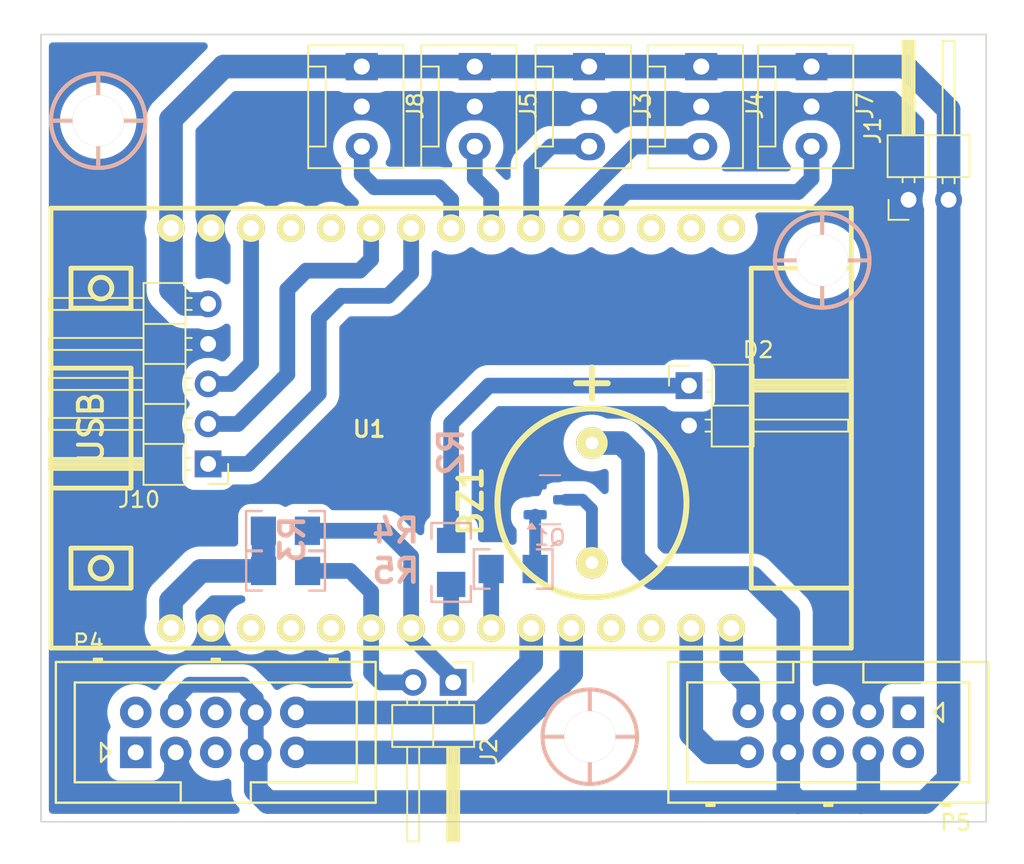
<source format=kicad_pcb>
(kicad_pcb (version 20241229) (generator "pcbnew") (generator_version "9.0")
  (layers (0 "F.Cu" signal) (2 "B.Cu" signal) (13 "F.Paste" user) (15 "B.Paste" user) (5 "F.SilkS" user "F.Silkscreen") (7 "B.SilkS" user "B.Silkscreen") (1 "F.Mask" user) (3 "B.Mask" user) (25 "Edge.Cuts" user))
  (net 0 "")
  (net 1 "+5V")
  (net 2 "GND")
  (net 4 "/M1A")
  (net 5 "/M1B")
  (net 6 "/M_DISTANCE")
  (net 7 "/M2A")
  (net 8 "/R_DISTANCE")
  (net 9 "+3V3")
  (net 10 "/TATAMI_L")
  (net 11 "/M2B")
  (net 12 "/L_DISTANCE")
  (net 13 "/TATAMI_R")
  (net 14 "Net-(BZ1-+)")
  (net 15 "Net-(D2-A)")
  (net 16 "/AUX_DISTANCE_1")
  (net 17 "/AUX_DISTANCE_2")
  (net 18 "/TATAMI_B")
  (net 27 "Net-(Q1-G)")
  (net 28 "/PUSH_1")
  (net 29 "/PUSH_2")
  (net 30 "/LED_1")
  (net 31 "/BUZZER")
  (footprint "EESTN5:Header_2x05x2.54mm_Vertical" (layer "F.Cu") (at 125.94 113.52 180)
    (property "Reference" "P5" (at -8.08 -5.73 0) (layer "F.SilkS"))
    (property "Value" "MOTOR_IZQ")
    (fp_line (start 10.15 4.47) (end -10.15 4.47) (stroke (width 0.15)) (layer "F.SilkS"))
    (fp_line (start 10.15 -4.47) (end 10.15 4.47) (stroke (width 0.15)) (layer "F.SilkS"))
    (fp_line (start 8.95 3.17) (end 2.225 3.17) (stroke (width 0.15)) (layer "F.SilkS"))
    (fp_line (start 8.95 -3.17) (end 8.95 3.17) (stroke (width 0.15)) (layer "F.SilkS"))
    (fp_line (start 7.73 -4.67) (end 7.73 -4.47) (stroke (width 0.15)) (layer "F.SilkS"))
    (fp_line (start 7.23 -4.47) (end 7.23 -4.67) (stroke (width 0.15)) (layer "F.SilkS"))
    (fp_line (start 7.23 -4.57) (end 7.73 -4.57) (stroke (width 0.15)) (layer "F.SilkS"))
    (fp_line (start 7.23 -4.67) (end 7.73 -4.67) (stroke (width 0.15)) (layer "F.SilkS"))
    (fp_line (start 2.225 3.17) (end 2.225 4.47) (stroke (width 0.15)) (layer "F.SilkS"))
    (fp_line (start 0.25 -4.67) (end 0.25 -4.47) (stroke (width 0.15)) (layer "F.SilkS"))
    (fp_line (start -0.25 -4.47) (end -0.25 -4.67) (stroke (width 0.15)) (layer "F.SilkS"))
    (fp_line (start -0.25 -4.57) (end 0.25 -4.57) (stroke (width 0.15)) (layer "F.SilkS"))
    (fp_line (start -0.25 -4.67) (end 0.25 -4.67) (stroke (width 0.15)) (layer "F.SilkS"))
    (fp_line (start -2.225 4.47) (end -2.225 3.17) (stroke (width 0.15)) (layer "F.SilkS"))
    (fp_line (start -2.225 3.17) (end -8.95 3.17) (stroke (width 0.15)) (layer "F.SilkS"))
    (fp_line (start -6.68 1.27) (end -7.28 1.87) (stroke (width 0.15)) (layer "F.SilkS"))
    (fp_line (start -7.23 -4.67) (end -7.23 -4.47) (stroke (width 0.15)) (layer "F.SilkS"))
    (fp_line (start -7.28 1.87) (end -7.28 0.67) (stroke (width 0.15)) (layer "F.SilkS"))
    (fp_line (start -7.28 0.67) (end -6.68 1.27) (stroke (width 0.15)) (layer "F.SilkS"))
    (fp_line (start -7.73 -4.47) (end -7.73 -4.67) (stroke (width 0.15)) (layer "F.SilkS"))
    (fp_line (start -7.73 -4.57) (end -7.23 -4.57) (stroke (width 0.15)) (layer "F.SilkS"))
    (fp_line (start -7.73 -4.67) (end -7.23 -4.67) (stroke (width 0.15)) (layer "F.SilkS"))
    (fp_line (start -8.95 3.17) (end -8.95 -3.17) (stroke (width 0.15)) (layer "F.SilkS"))
    (fp_line (start -8.95 -3.17) (end 8.95 -3.17) (stroke (width 0.15)) (layer "F.SilkS"))
    (fp_line (start -10.15 4.47) (end -10.15 -4.47) (stroke (width 0.15)) (layer "F.SilkS"))
    (fp_line (start -10.15 -4.47) (end 10.15 -4.47) (stroke (width 0.15)) (layer "F.SilkS"))
    (pad "1" thru_hole rect (at -5.08 1.27 180) (size 2 2) (drill 1) (layers "*.Cu" "*.Mask"))
    (pad "2" thru_hole circle (at -5.08 -1.27 180) (size 2 2) (drill 1) (layers "*.Cu" "*.Mask"))
    (pad "3" thru_hole circle (at -2.54 1.27 180) (size 2 2) (drill 1) (layers "*.Cu" "*.Mask") (net 2 "GND"))
    (pad "4" thru_hole circle (at -2.54 -1.27 180) (size 2 2) (drill 1) (layers "*.Cu" "*.Mask") (net 1 "+5V"))
    (pad "5" thru_hole circle (at 0 1.27 180) (size 2 2) (drill 1) (layers "*.Cu" "*.Mask"))
    (pad "6" thru_hole circle (at 0 -1.27 180) (size 2 2) (drill 1) (layers "*.Cu" "*.Mask"))
    (pad "7" thru_hole circle (at 2.54 1.27 180) (size 2 2) (drill 1) (layers "*.Cu" "*.Mask") (net 1 "+5V"))
    (pad "8" thru_hole circle (at 2.54 -1.27 180) (size 2 2) (drill 1) (layers "*.Cu" "*.Mask") (net 1 "+5V"))
    (pad "9" thru_hole circle (at 5.08 1.27 180) (size 2 2) (drill 1) (layers "*.Cu" "*.Mask") (net 11 "/M2B"))
    (pad "10" thru_hole circle (at 5.08 -1.27 180) (size 2 2) (drill 1) (layers "*.Cu" "*.Mask") (net 7 "/M2A"))
  )
  (footprint "Connector:FanPinHeader_1x03_P2.54mm_Vertical" (layer "F.Cu") (at 96.32623 71.238591 -90)
    (property "Reference" "J8" (at 2.5 -3.4 90) (layer "F.SilkS"))
    (property "Value" "Right")
    (fp_line (start -1.35 3.4) (end -1.35 -2.65) (stroke (width 0.12)) (layer "F.SilkS"))
    (fp_line (start 6.45 3.4) (end -1.35 3.4) (stroke (width 0.12)) (layer "F.SilkS"))
    (fp_line (start 0 3.3) (end 0 2.29) (stroke (width 0.12)) (layer "F.SilkS"))
    (fp_line (start 0 2.29) (end 5.08 2.29) (stroke (width 0.12)) (layer "F.SilkS"))
    (fp_line (start 5.08 2.29) (end 5.08 3.3) (stroke (width 0.12)) (layer "F.SilkS"))
    (fp_line (start -1.35 -2.65) (end 6.45 -2.65) (stroke (width 0.12)) (layer "F.SilkS"))
    (fp_line (start 6.45 -2.65) (end 6.45 3.4) (stroke (width 0.12)) (layer "F.SilkS"))
    (pad "1" thru_hole rect (at 0 0) (size 2.03 1.73) (drill 1.02) (layers "*.Cu" "*.Mask") (net 1 "+5V"))
    (pad "2" thru_hole oval (at 2.54 0) (size 2.03 1.73) (drill 1.02) (layers "*.Cu" "*.Mask") (net 2 "GND"))
    (pad "3" thru_hole oval (at 5.08 0) (size 2.03 1.73) (drill 1.02) (layers "*.Cu" "*.Mask") (net 8 "/R_DISTANCE"))
  )
  (footprint "EESTN5:Buzzer_12mm" (layer "F.Cu") (at 110.9375 98.95 90)
    (property "Reference" "BZ1" (at 0.1 -7.7 90) (layer "F.SilkS") (effects (font (size 1.5 1.5) (thickness 0.3))))
    (property "Value" "Buzzer" (hide yes))
    (fp_line (start 6.6 0) (end 8.6 0) (stroke (width 0.37846)) (layer "F.SilkS"))
    (fp_line (start 7.6 1) (end 7.6 -1) (stroke (width 0.37846)) (layer "F.SilkS"))
    (fp_circle (center 0 0) (end -6 0) (stroke (width 0.37846)) (fill no) (layer "F.SilkS"))
    (pad "1" thru_hole circle (at 3.8 0 90) (size 2 2) (drill 0.8) (layers "*.Cu" "*.Mask" "F.SilkS") (net 1 "+5V"))
    (pad "2" thru_hole circle (at -3.8 0 90) (size 2 2) (drill 0.8) (layers "*.Cu" "*.Mask" "F.SilkS") (net 14 "Net-(BZ1-+)"))
  )
  (footprint "EESTN5:Separador_M3_5mm" (layer "F.Cu") (at 110.8 113.8)
    (property "Reference" "P3" (hide yes))
    (property "Value" "Mounting_Hole" (hide yes))
    (fp_line (start -3 0) (end 3 0) (stroke (width 0.254)) (layer "F.SilkS"))
    (fp_line (start 0 -3) (end 0 3) (stroke (width 0.254)) (layer "F.SilkS"))
    (fp_circle (center 0 0) (end 3 0) (stroke (width 0.254)) (fill no) (layer "F.SilkS"))
    (fp_line (start -3 0) (end 3 0) (stroke (width 0.254)) (layer "B.SilkS"))
    (fp_line (start 0 -3) (end 0 3) (stroke (width 0.254)) (layer "B.SilkS"))
    (fp_circle (center 0 0) (end 3 0) (stroke (width 0.254)) (fill no) (layer "B.SilkS"))
    (pad "1" thru_hole circle (at 0 0) (size 3.25 3.25) (drill 3.25) (layers "*.Cu" "F.SilkS"))
  )
  (footprint "Connector_PinHeader_2.54mm:PinHeader_1x02_P2.54mm_Horizontal" (layer "F.Cu") (at 102.13 110.35 -90)
    (property "Reference" "J2" (at 4.385 -2.27 90) (layer "F.SilkS"))
    (property "Value" "Buttons")
    (fp_line (start 1.44 3.87) (end 4.1 3.87) (stroke (width 0.12)) (layer "F.SilkS"))
    (fp_line (start 4.1 3.87) (end 4.1 -1.33) (stroke (width 0.12)) (layer "F.SilkS"))
    (fp_line (start 1.042929 2.92) (end 1.44 2.92) (stroke (width 0.12)) (layer "F.SilkS"))
    (fp_line (start 10.1 2.92) (end 4.1 2.92) (stroke (width 0.12)) (layer "F.SilkS"))
    (fp_line (start 1.042929 2.16) (end 1.44 2.16) (stroke (width 0.12)) (layer "F.SilkS"))
    (fp_line (start 4.1 2.16) (end 10.1 2.16) (stroke (width 0.12)) (layer "F.SilkS"))
    (fp_line (start 10.1 2.16) (end 10.1 2.92) (stroke (width 0.12)) (layer "F.SilkS"))
    (fp_line (start 1.44 1.27) (end 4.1 1.27) (stroke (width 0.12)) (layer "F.SilkS"))
    (fp_line (start 1.11 0.38) (end 1.44 0.38) (stroke (width 0.12)) (layer "F.SilkS"))
    (fp_line (start 10.1 0.38) (end 4.1 0.38) (stroke (width 0.12)) (layer "F.SilkS"))
    (fp_line (start 4.1 0.28) (end 10.1 0.28) (stroke (width 0.12)) (layer "F.SilkS"))
    (fp_line (start 4.1 0.16) (end 10.1 0.16) (stroke (width 0.12)) (layer "F.SilkS"))
    (fp_line (start 4.1 0.04) (end 10.1 0.04) (stroke (width 0.12)) (layer "F.SilkS"))
    (fp_line (start -1.27 0) (end -1.27 -1.27) (stroke (width 0.12)) (layer "F.SilkS"))
    (fp_line (start 4.1 -0.08) (end 10.1 -0.08) (stroke (width 0.12)) (layer "F.SilkS"))
    (fp_line (start 4.1 -0.2) (end 10.1 -0.2) (stroke (width 0.12)) (layer "F.SilkS"))
    (fp_line (start 4.1 -0.32) (end 10.1 -0.32) (stroke (width 0.12)) (layer "F.SilkS"))
    (fp_line (start 1.11 -0.38) (end 1.44 -0.38) (stroke (width 0.12)) (layer "F.SilkS"))
    (fp_line (start 4.1 -0.38) (end 10.1 -0.38) (stroke (width 0.12)) (layer "F.SilkS"))
    (fp_line (start 10.1 -0.38) (end 10.1 0.38) (stroke (width 0.12)) (layer "F.SilkS"))
    (fp_line (start -1.27 -1.27) (end 0 -1.27) (stroke (width 0.12)) (layer "F.SilkS"))
    (fp_line (start 1.44 -1.33) (end 1.44 3.87) (stroke (width 0.12)) (layer "F.SilkS"))
    (fp_line (start 4.1 -1.33) (end 1.44 -1.33) (stroke (width 0.12)) (layer "F.SilkS"))
    (pad "1" thru_hole rect (at 0 0 270) (size 1.7 1.7) (drill 1) (layers "*.Cu" "*.Mask") (net 28 "/PUSH_1"))
    (pad "2" thru_hole oval (at 0 2.54 270) (size 1.7 1.7) (drill 1) (layers "*.Cu" "*.Mask") (net 29 "/PUSH_2"))
  )
  (footprint "Connector_PinHeader_2.54mm:PinHeader_1x05_P2.54mm_Horizontal" (layer "F.Cu") (at 86.575 96.475 180)
    (property "Reference" "J10" (at 4.385 -2.27 0) (layer "F.SilkS"))
    (property "Value" "Qre1113_Conn")
    (fp_line (start 10.1 10.54) (end 4.1 10.54) (stroke (width 0.12)) (layer "F.SilkS"))
    (fp_line (start 10.1 9.78) (end 10.1 10.54) (stroke (width 0.12)) (layer "F.SilkS"))
    (fp_line (start 10.1 8) (end 4.1 8) (stroke (width 0.12)) (layer "F.SilkS"))
    (fp_line (start 10.1 7.24) (end 10.1 8) (stroke (width 0.12)) (layer "F.SilkS"))
    (fp_line (start 10.1 5.46) (end 4.1 5.46) (stroke (width 0.12)) (layer "F.SilkS"))
    (fp_line (start 10.1 4.7) (end 10.1 5.46) (stroke (width 0.12)) (layer "F.SilkS"))
    (fp_line (start 10.1 2.92) (end 4.1 2.92) (stroke (width 0.12)) (layer "F.SilkS"))
    (fp_line (start 10.1 2.16) (end 10.1 2.92) (stroke (width 0.12)) (layer "F.SilkS"))
    (fp_line (start 10.1 0.38) (end 4.1 0.38) (stroke (width 0.12)) (layer "F.SilkS"))
    (fp_line (start 10.1 -0.38) (end 10.1 0.38) (stroke (width 0.12)) (layer "F.SilkS"))
    (fp_line (start 4.1 11.49) (end 4.1 -1.33) (stroke (width 0.12)) (layer "F.SilkS"))
    (fp_line (start 4.1 9.78) (end 10.1 9.78) (stroke (width 0.12)) (layer "F.SilkS"))
    (fp_line (start 4.1 7.24) (end 10.1 7.24) (stroke (width 0.12)) (layer "F.SilkS"))
    (fp_line (start 4.1 4.7) (end 10.1 4.7) (stroke (width 0.12)) (layer "F.SilkS"))
    (fp_line (start 4.1 2.16) (end 10.1 2.16) (stroke (width 0.12)) (layer "F.SilkS"))
    (fp_line (start 4.1 0.28) (end 10.1 0.28) (stroke (width 0.12)) (layer "F.SilkS"))
    (fp_line (start 4.1 0.16) (end 10.1 0.16) (stroke (width 0.12)) (layer "F.SilkS"))
    (fp_line (start 4.1 0.04) (end 10.1 0.04) (stroke (width 0.12)) (layer "F.SilkS"))
    (fp_line (start 4.1 -0.08) (end 10.1 -0.08) (stroke (width 0.12)) (layer "F.SilkS"))
    (fp_line (start 4.1 -0.2) (end 10.1 -0.2) (stroke (width 0.12)) (layer "F.SilkS"))
    (fp_line (start 4.1 -0.32) (end 10.1 -0.32) (stroke (width 0.12)) (layer "F.SilkS"))
    (fp_line (start 4.1 -0.38) (end 10.1 -0.38) (stroke (width 0.12)) (layer "F.SilkS"))
    (fp_line (start 4.1 -1.33) (end 1.44 -1.33) (stroke (width 0.12)) (layer "F.SilkS"))
    (fp_line (start 1.44 11.49) (end 4.1 11.49) (stroke (width 0.12)) (layer "F.SilkS"))
    (fp_line (start 1.44 8.89) (end 4.1 8.89) (stroke (width 0.12)) (layer "F.SilkS"))
    (fp_line (start 1.44 6.35) (end 4.1 6.35) (stroke (width 0.12)) (layer "F.SilkS"))
    (fp_line (start 1.44 3.81) (end 4.1 3.81) (stroke (width 0.12)) (layer "F.SilkS"))
    (fp_line (start 1.44 1.27) (end 4.1 1.27) (stroke (width 0.12)) (layer "F.SilkS"))
    (fp_line (start 1.44 -1.33) (end 1.44 11.49) (stroke (width 0.12)) (layer "F.SilkS"))
    (fp_line (start 1.11 0.38) (end 1.44 0.38) (stroke (width 0.12)) (layer "F.SilkS"))
    (fp_line (start 1.11 -0.38) (end 1.44 -0.38) (stroke (width 0.12)) (layer "F.SilkS"))
    (fp_line (start 1.042929 10.54) (end 1.44 10.54) (stroke (width 0.12)) (layer "F.SilkS"))
    (fp_line (start 1.042929 9.78) (end 1.44 9.78) (stroke (width 0.12)) (layer "F.SilkS"))
    (fp_line (start 1.042929 8) (end 1.44 8) (stroke (width 0.12)) (layer "F.SilkS"))
    (fp_line (start 1.042929 7.24) (end 1.44 7.24) (stroke (width 0.12)) (layer "F.SilkS"))
    (fp_line (start 1.042929 5.46) (end 1.44 5.46) (stroke (width 0.12)) (layer "F.SilkS"))
    (fp_line (start 1.042929 4.7) (end 1.44 4.7) (stroke (width 0.12)) (layer "F.SilkS"))
    (fp_line (start 1.042929 2.92) (end 1.44 2.92) (stroke (width 0.12)) (layer "F.SilkS"))
    (fp_line (start 1.042929 2.16) (end 1.44 2.16) (stroke (width 0.12)) (layer "F.SilkS"))
    (fp_line (start -1.27 0) (end -1.27 -1.27) (stroke (width 0.12)) (layer "F.SilkS"))
    (fp_line (start -1.27 -1.27) (end 0 -1.27) (stroke (width 0.12)) (layer "F.SilkS"))
    (pad "1" thru_hole rect (at 0 0 180) (size 1.7 1.7) (drill 1) (layers "*.Cu" "*.Mask") (net 18 "/TATAMI_B"))
    (pad "2" thru_hole oval (at 0 2.54 180) (size 1.7 1.7) (drill 1) (layers "*.Cu" "*.Mask") (net 10 "/TATAMI_L"))
    (pad "3" thru_hole oval (at 0 5.08 180) (size 1.7 1.7) (drill 1) (layers "*.Cu" "*.Mask") (net 13 "/TATAMI_R"))
    (pad "4" thru_hole oval (at 0 7.62 180) (size 1.7 1.7) (drill 1) (layers "*.Cu" "*.Mask") (net 2 "GND"))
    (pad "5" thru_hole oval (at 0 10.16 180) (size 1.7 1.7) (drill 1) (layers "*.Cu" "*.Mask") (net 1 "+5V"))
  )
  (footprint "EESTN5:ESP32_DevKit_V1_CH9102X" (layer "F.Cu") (at 103.27 94.2 180)
    (property "Reference" "U1" (at 6.477 -0.0635 0) (layer "F.SilkS") (effects (font (size 1.016 1.016) (thickness 0.2032))))
    (property "Value" "ESP32_DevKit_V1_CH9102X" (hide yes))
    (fp_line (start 26.67 13.97) (end 26.67 -13.97) (stroke (width 0.3048)) (layer "F.SilkS"))
    (fp_line (start 26.67 13.97) (end -24.13 13.97) (stroke (width 0.3048)) (layer "F.SilkS"))
    (fp_line (start 26.67 -3.81) (end 21.59 -3.81) (stroke (width 0.3048)) (layer "F.SilkS"))
    (fp_line (start 25.4 10.16) (end 21.59 10.16) (stroke (width 0.3048)) (layer "F.SilkS"))
    (fp_line (start 25.4 7.62) (end 25.4 10.16) (stroke (width 0.3048)) (layer "F.SilkS"))
    (fp_line (start 25.4 -7.62) (end 25.4 -10.16) (stroke (width 0.3048)) (layer "F.SilkS"))
    (fp_line (start 25.4 -10.16) (end 21.59 -10.16) (stroke (width 0.3048)) (layer "F.SilkS"))
    (fp_line (start 21.59 10.16) (end 21.59 7.62) (stroke (width 0.3048)) (layer "F.SilkS"))
    (fp_line (start 21.59 7.62) (end 25.4 7.62) (stroke (width 0.3048)) (layer "F.SilkS"))
    (fp_line (start 21.59 3.81) (end 26.67 3.81) (stroke (width 0.3048)) (layer "F.SilkS"))
    (fp_line (start 21.59 -3.81) (end 21.59 3.81) (stroke (width 0.3048)) (layer "F.SilkS"))
    (fp_line (start 21.59 -7.62) (end 25.4 -7.62) (stroke (width 0.3048)) (layer "F.SilkS"))
    (fp_line (start 21.59 -10.16) (end 21.59 -7.62) (stroke (width 0.3048)) (layer "F.SilkS"))
    (fp_line (start -17.78 -10.16) (end -17.78 10.16) (stroke (width 0.3048)) (layer "F.SilkS"))
    (fp_line (start -24.13 10.16) (end -17.78 10.16) (stroke (width 0.3048)) (layer "F.SilkS"))
    (fp_line (start -24.13 -10.16) (end -17.78 -10.16) (stroke (width 0.3048)) (layer "F.SilkS"))
    (fp_line (start -24.13 -10.16) (end -24.13 10.16) (stroke (width 0.3048)) (layer "F.SilkS"))
    (fp_line (start -24.13 -13.97) (end 26.67 -13.97) (stroke (width 0.3048)) (layer "F.SilkS"))
    (fp_line (start -24.13 -13.97) (end -24.13 13.97) (stroke (width 0.3048)) (layer "F.SilkS"))
    (fp_circle (center 23.495 8.89) (end 24.0665 9.271) (stroke (width 0.3048)) (fill no) (layer "F.SilkS"))
    (fp_circle (center 23.495 -8.89) (end 24.0665 -8.509) (stroke (width 0.3048)) (fill no) (layer "F.SilkS"))
    (fp_text user "USB" (at 24.13 0 90) (layer "F.SilkS") (effects (font (size 1.524 1.524) (thickness 0.254))))
    (pad "1" thru_hole circle (at -16.51 12.7 180) (size 1.75 1.75) (drill 1) (layers "*.Cu" "*.Mask" "F.SilkS"))
    (pad "2" thru_hole circle (at -13.97 12.7 180) (size 1.75 1.75) (drill 1) (layers "*.Cu" "*.Mask" "F.SilkS"))
    (pad "3" thru_hole circle (at -11.43 12.7 180) (size 1.75 1.75) (drill 1) (layers "*.Cu" "*.Mask" "F.SilkS"))
    (pad "4" thru_hole circle (at -8.89 12.7 180) (size 1.75 1.75) (drill 1) (layers "*.Cu" "*.Mask" "F.SilkS") (net 17 "/AUX_DISTANCE_2"))
    (pad "5" thru_hole circle (at -6.35 12.7 180) (size 1.75 1.75) (drill 1) (layers "*.Cu" "*.Mask" "F.SilkS") (net 16 "/AUX_DISTANCE_1"))
    (pad "6" thru_hole circle (at -3.81 12.7 180) (size 1.75 1.75) (drill 1) (layers "*.Cu" "*.Mask" "F.SilkS") (net 12 "/L_DISTANCE"))
    (pad "7" thru_hole circle (at -1.27 12.7 180) (size 1.75 1.75) (drill 1) (layers "*.Cu" "*.Mask" "F.SilkS") (net 6 "/M_DISTANCE"))
    (pad "8" thru_hole circle (at 1.27 12.7 180) (size 1.75 1.75) (drill 1) (layers "*.Cu" "*.Mask" "F.SilkS") (net 8 "/R_DISTANCE"))
    (pad "9" thru_hole circle (at 3.81 12.7 180) (size 1.75 1.75) (drill 1) (layers "*.Cu" "*.Mask" "F.SilkS") (net 18 "/TATAMI_B"))
    (pad "10" thru_hole circle (at 6.35 12.7 180) (size 1.75 1.75) (drill 1) (layers "*.Cu" "*.Mask" "F.SilkS") (net 10 "/TATAMI_L"))
    (pad "11" thru_hole circle (at 8.89 12.7 180) (size 1.75 1.75) (drill 1) (layers "*.Cu" "*.Mask" "F.SilkS"))
    (pad "12" thru_hole circle (at 11.43 12.7 180) (size 1.75 1.75) (drill 1) (layers "*.Cu" "*.Mask" "F.SilkS"))
    (pad "13" thru_hole circle (at 13.97 12.7 180) (size 1.75 1.75) (drill 1) (layers "*.Cu" "*.Mask" "F.SilkS") (net 13 "/TATAMI_R"))
    (pad "14" thru_hole circle (at 16.51 12.7 180) (size 1.75 1.75) (drill 1) (layers "*.Cu" "*.Mask" "F.SilkS") (net 2 "GND"))
    (pad "15" thru_hole circle (at 19.05 12.7 180) (size 1.75 1.75) (drill 1) (layers "*.Cu" "*.Mask" "F.SilkS") (net 1 "+5V"))
    (pad "16" thru_hole circle (at 19.05 -12.7) (size 1.75 1.75) (drill 1) (layers "*.Cu" "*.Mask" "F.SilkS") (net 9 "+3V3"))
    (pad "17" thru_hole circle (at 16.51 -12.7) (size 1.75 1.75) (drill 1) (layers "*.Cu" "*.Mask" "F.SilkS") (net 2 "GND"))
    (pad "18" thru_hole circle (at 13.97 -12.7) (size 1.75 1.75) (drill 1) (layers "*.Cu" "*.Mask" "F.SilkS"))
    (pad "19" thru_hole circle (at 11.43 -12.7) (size 1.75 1.75) (drill 1) (layers "*.Cu" "*.Mask" "F.SilkS"))
    (pad "20" thru_hole circle (at 8.89 -12.7) (size 1.75 1.75) (drill 1) (layers "*.Cu" "*.Mask" "F.SilkS"))
    (pad "21" thru_hole circle (at 6.35 -12.7) (size 1.75 1.75) (drill 1) (layers "*.Cu" "*.Mask" "F.SilkS") (net 29 "/PUSH_2"))
    (pad "22" thru_hole circle (at 3.81 -12.7) (size 1.75 1.75) (drill 1) (layers "*.Cu" "*.Mask" "F.SilkS") (net 28 "/PUSH_1"))
    (pad "23" thru_hole circle (at 1.27 -12.7) (size 1.75 1.75) (drill 1) (layers "*.Cu" "*.Mask" "F.SilkS") (net 30 "/LED_1"))
    (pad "24" thru_hole circle (at -1.27 -12.7) (size 1.75 1.75) (drill 1) (layers "*.Cu" "*.Mask" "F.SilkS") (net 31 "/BUZZER"))
    (pad "25" thru_hole circle (at -3.81 -12.7) (size 1.75 1.75) (drill 1) (layers "*.Cu" "*.Mask" "F.SilkS") (net 4 "/M1A"))
    (pad "26" thru_hole circle (at -6.35 -12.7) (size 1.75 1.75) (drill 1) (layers "*.Cu" "*.Mask" "F.SilkS") (net 5 "/M1B"))
    (pad "27" thru_hole circle (at -8.89 -12.7) (size 1.75 1.75) (drill 1) (layers "*.Cu" "*.Mask" "F.SilkS"))
    (pad "28" thru_hole circle (at -11.43 -12.7) (size 1.75 1.75) (drill 1) (layers "*.Cu" "*.Mask" "F.SilkS"))
    (pad "29" thru_hole circle (at -13.97 -12.7) (size 1.75 1.75) (drill 1) (layers "*.Cu" "*.Mask" "F.SilkS") (net 7 "/M2A"))
    (pad "30" thru_hole circle (at -16.51 -12.7) (size 1.75 1.75) (drill 1) (layers "*.Cu" "*.Mask" "F.SilkS") (net 11 "/M2B"))
  )
  (footprint "Connector_PinHeader_2.54mm:PinHeader_1x02_P2.54mm_Horizontal" (layer "F.Cu") (at 131.035 79.7 90)
    (property "Reference" "J1" (at 4.385 -2.27 90) (layer "F.SilkS"))
    (property "Value" "STEP_DOWN")
    (fp_line (start 4.1 -1.33) (end 1.44 -1.33) (stroke (width 0.12)) (layer "F.SilkS"))
    (fp_line (start 1.44 -1.33) (end 1.44 3.87) (stroke (width 0.12)) (layer "F.SilkS"))
    (fp_line (start -1.27 -1.27) (end 0 -1.27) (stroke (width 0.12)) (layer "F.SilkS"))
    (fp_line (start 10.1 -0.38) (end 10.1 0.38) (stroke (width 0.12)) (layer "F.SilkS"))
    (fp_line (start 4.1 -0.38) (end 10.1 -0.38) (stroke (width 0.12)) (layer "F.SilkS"))
    (fp_line (start 1.11 -0.38) (end 1.44 -0.38) (stroke (width 0.12)) (layer "F.SilkS"))
    (fp_line (start 4.1 -0.32) (end 10.1 -0.32) (stroke (width 0.12)) (layer "F.SilkS"))
    (fp_line (start 4.1 -0.2) (end 10.1 -0.2) (stroke (width 0.12)) (layer "F.SilkS"))
    (fp_line (start 4.1 -0.08) (end 10.1 -0.08) (stroke (width 0.12)) (layer "F.SilkS"))
    (fp_line (start -1.27 0) (end -1.27 -1.27) (stroke (width 0.12)) (layer "F.SilkS"))
    (fp_line (start 4.1 0.04) (end 10.1 0.04) (stroke (width 0.12)) (layer "F.SilkS"))
    (fp_line (start 4.1 0.16) (end 10.1 0.16) (stroke (width 0.12)) (layer "F.SilkS"))
    (fp_line (start 4.1 0.28) (end 10.1 0.28) (stroke (width 0.12)) (layer "F.SilkS"))
    (fp_line (start 10.1 0.38) (end 4.1 0.38) (stroke (width 0.12)) (layer "F.SilkS"))
    (fp_line (start 1.11 0.38) (end 1.44 0.38) (stroke (width 0.12)) (layer "F.SilkS"))
    (fp_line (start 1.44 1.27) (end 4.1 1.27) (stroke (width 0.12)) (layer "F.SilkS"))
    (fp_line (start 10.1 2.16) (end 10.1 2.92) (stroke (width 0.12)) (layer "F.SilkS"))
    (fp_line (start 4.1 2.16) (end 10.1 2.16) (stroke (width 0.12)) (layer "F.SilkS"))
    (fp_line (start 1.042929 2.16) (end 1.44 2.16) (stroke (width 0.12)) (layer "F.SilkS"))
    (fp_line (start 10.1 2.92) (end 4.1 2.92) (stroke (width 0.12)) (layer "F.SilkS"))
    (fp_line (start 1.042929 2.92) (end 1.44 2.92) (stroke (width 0.12)) (layer "F.SilkS"))
    (fp_line (start 4.1 3.87) (end 4.1 -1.33) (stroke (width 0.12)) (layer "F.SilkS"))
    (fp_line (start 1.44 3.87) (end 4.1 3.87) (stroke (width 0.12)) (layer "F.SilkS"))
    (pad "1" thru_hole rect (at 0 0 90) (size 1.7 1.7) (drill 1) (layers "*.Cu" "*.Mask") (net 2 "GND"))
    (pad "2" thru_hole oval (at 0 2.54 90) (size 1.7 1.7) (drill 1) (layers "*.Cu" "*.Mask") (net 1 "+5V"))
  )
  (footprint "EESTN5:Header_2x05x2.54mm_Vertical" (layer "F.Cu") (at 87.06 113.525)
    (property "Reference" "P4" (at -8.08 -5.73 0) (layer "F.SilkS"))
    (property "Value" "MOTOR_DER")
    (fp_line (start -10.15 -4.47) (end 10.15 -4.47) (stroke (width 0.15)) (layer "F.SilkS"))
    (fp_line (start -10.15 4.47) (end -10.15 -4.47) (stroke (width 0.15)) (layer "F.SilkS"))
    (fp_line (start -8.95 -3.17) (end 8.95 -3.17) (stroke (width 0.15)) (layer "F.SilkS"))
    (fp_line (start -8.95 3.17) (end -8.95 -3.17) (stroke (width 0.15)) (layer "F.SilkS"))
    (fp_line (start -7.73 -4.67) (end -7.23 -4.67) (stroke (width 0.15)) (layer "F.SilkS"))
    (fp_line (start -7.73 -4.57) (end -7.23 -4.57) (stroke (width 0.15)) (layer "F.SilkS"))
    (fp_line (start -7.73 -4.47) (end -7.73 -4.67) (stroke (width 0.15)) (layer "F.SilkS"))
    (fp_line (start -7.28 0.67) (end -6.68 1.27) (stroke (width 0.15)) (layer "F.SilkS"))
    (fp_line (start -7.28 1.87) (end -7.28 0.67) (stroke (width 0.15)) (layer "F.SilkS"))
    (fp_line (start -7.23 -4.67) (end -7.23 -4.47) (stroke (width 0.15)) (layer "F.SilkS"))
    (fp_line (start -6.68 1.27) (end -7.28 1.87) (stroke (width 0.15)) (layer "F.SilkS"))
    (fp_line (start -2.225 3.17) (end -8.95 3.17) (stroke (width 0.15)) (layer "F.SilkS"))
    (fp_line (start -2.225 4.47) (end -2.225 3.17) (stroke (width 0.15)) (layer "F.SilkS"))
    (fp_line (start -0.25 -4.67) (end 0.25 -4.67) (stroke (width 0.15)) (layer "F.SilkS"))
    (fp_line (start -0.25 -4.57) (end 0.25 -4.57) (stroke (width 0.15)) (layer "F.SilkS"))
    (fp_line (start -0.25 -4.47) (end -0.25 -4.67) (stroke (width 0.15)) (layer "F.SilkS"))
    (fp_line (start 0.25 -4.67) (end 0.25 -4.47) (stroke (width 0.15)) (layer "F.SilkS"))
    (fp_line (start 2.225 3.17) (end 2.225 4.47) (stroke (width 0.15)) (layer "F.SilkS"))
    (fp_line (start 7.23 -4.67) (end 7.73 -4.67) (stroke (width 0.15)) (layer "F.SilkS"))
    (fp_line (start 7.23 -4.57) (end 7.73 -4.57) (stroke (width 0.15)) (layer "F.SilkS"))
    (fp_line (start 7.23 -4.47) (end 7.23 -4.67) (stroke (width 0.15)) (layer "F.SilkS"))
    (fp_line (start 7.73 -4.67) (end 7.73 -4.47) (stroke (width 0.15)) (layer "F.SilkS"))
    (fp_line (start 8.95 -3.17) (end 8.95 3.17) (stroke (width 0.15)) (layer "F.SilkS"))
    (fp_line (start 8.95 3.17) (end 2.225 3.17) (stroke (width 0.15)) (layer "F.SilkS"))
    (fp_line (start 10.15 -4.47) (end 10.15 4.47) (stroke (width 0.15)) (layer "F.SilkS"))
    (fp_line (start 10.15 4.47) (end -10.15 4.47) (stroke (width 0.15)) (layer "F.SilkS"))
    (pad "1" thru_hole rect (at -5.08 1.27) (size 2 2) (drill 1) (layers "*.Cu" "*.Mask"))
    (pad "2" thru_hole circle (at -5.08 -1.27) (size 2 2) (drill 1) (layers "*.Cu" "*.Mask"))
    (pad "3" thru_hole circle (at -2.54 1.27) (size 2 2) (drill 1) (layers "*.Cu" "*.Mask") (net 2 "GND"))
    (pad "4" thru_hole circle (at -2.54 -1.27) (size 2 2) (drill 1) (layers "*.Cu" "*.Mask") (net 1 "+5V"))
    (pad "5" thru_hole circle (at 0 1.27) (size 2 2) (drill 1) (layers "*.Cu" "*.Mask"))
    (pad "6" thru_hole circle (at 0 -1.27) (size 2 2) (drill 1) (layers "*.Cu" "*.Mask"))
    (pad "7" thru_hole circle (at 2.54 1.27) (size 2 2) (drill 1) (layers "*.Cu" "*.Mask") (net 1 "+5V"))
    (pad "8" thru_hole circle (at 2.54 -1.27) (size 2 2) (drill 1) (layers "*.Cu" "*.Mask") (net 1 "+5V"))
    (pad "9" thru_hole circle (at 5.08 1.27) (size 2 2) (drill 1) (layers "*.Cu" "*.Mask") (net 5 "/M1B"))
    (pad "10" thru_hole circle (at 5.08 -1.27) (size 2 2) (drill 1) (layers "*.Cu" "*.Mask") (net 4 "/M1A"))
  )
  (footprint "Connector_PinHeader_2.54mm:PinHeader_1x02_P2.54mm_Horizontal" (layer "F.Cu") (at 117.1 91.5)
    (property "Reference" "D2" (at 4.385 -2.27 0) (layer "F.SilkS"))
    (property "Value" "LED")
    (fp_line (start -1.27 -1.27) (end 0 -1.27) (stroke (width 0.12)) (layer "F.SilkS"))
    (fp_line (start -1.27 0) (end -1.27 -1.27) (stroke (width 0.12)) (layer "F.SilkS"))
    (fp_line (start 1.042929 2.16) (end 1.44 2.16) (stroke (width 0.12)) (layer "F.SilkS"))
    (fp_line (start 1.042929 2.92) (end 1.44 2.92) (stroke (width 0.12)) (layer "F.SilkS"))
    (fp_line (start 1.11 -0.38) (end 1.44 -0.38) (stroke (width 0.12)) (layer "F.SilkS"))
    (fp_line (start 1.11 0.38) (end 1.44 0.38) (stroke (width 0.12)) (layer "F.SilkS"))
    (fp_line (start 1.44 -1.33) (end 1.44 3.87) (stroke (width 0.12)) (layer "F.SilkS"))
    (fp_line (start 1.44 1.27) (end 4.1 1.27) (stroke (width 0.12)) (layer "F.SilkS"))
    (fp_line (start 1.44 3.87) (end 4.1 3.87) (stroke (width 0.12)) (layer "F.SilkS"))
    (fp_line (start 4.1 -1.33) (end 1.44 -1.33) (stroke (width 0.12)) (layer "F.SilkS"))
    (fp_line (start 4.1 -0.38) (end 10.1 -0.38) (stroke (width 0.12)) (layer "F.SilkS"))
    (fp_line (start 4.1 -0.32) (end 10.1 -0.32) (stroke (width 0.12)) (layer "F.SilkS"))
    (fp_line (start 4.1 -0.2) (end 10.1 -0.2) (stroke (width 0.12)) (layer "F.SilkS"))
    (fp_line (start 4.1 -0.08) (end 10.1 -0.08) (stroke (width 0.12)) (layer "F.SilkS"))
    (fp_line (start 4.1 0.04) (end 10.1 0.04) (stroke (width 0.12)) (layer "F.SilkS"))
    (fp_line (start 4.1 0.16) (end 10.1 0.16) (stroke (width 0.12)) (layer "F.SilkS"))
    (fp_line (start 4.1 0.28) (end 10.1 0.28) (stroke (width 0.12)) (layer "F.SilkS"))
    (fp_line (start 4.1 2.16) (end 10.1 2.16) (stroke (width 0.12)) (layer "F.SilkS"))
    (fp_line (start 4.1 3.87) (end 4.1 -1.33) (stroke (width 0.12)) (layer "F.SilkS"))
    (fp_line (start 10.1 -0.38) (end 10.1 0.38) (stroke (width 0.12)) (layer "F.SilkS"))
    (fp_line (start 10.1 0.38) (end 4.1 0.38) (stroke (width 0.12)) (layer "F.SilkS"))
    (fp_line (start 10.1 2.16) (end 10.1 2.92) (stroke (width 0.12)) (layer "F.SilkS"))
    (fp_line (start 10.1 2.92) (end 4.1 2.92) (stroke (width 0.12)) (layer "F.SilkS"))
    (pad "1" thru_hole oval (at 0 2.54) (size 1.7 1.7) (drill 1) (layers "*.Cu" "*.Mask") (net 2 "GND"))
    (pad "2" thru_hole rect (at 0 0) (size 1.7 1.7) (drill 1) (layers "*.Cu" "*.Mask") (net 15 "Net-(D2-A)"))
  )
  (footprint "Connector:FanPinHeader_1x03_P2.54mm_Vertical" (layer "F.Cu") (at 110.755 71.238591 -90)
    (property "Reference" "J3" (at 2.5 -3.4 90) (layer "F.SilkS"))
    (property "Value" "Left")
    (fp_line (start -1.35 3.4) (end -1.35 -2.65) (stroke (width 0.12)) (layer "F.SilkS"))
    (fp_line (start 6.45 3.4) (end -1.35 3.4) (stroke (width 0.12)) (layer "F.SilkS"))
    (fp_line (start 0 3.3) (end 0 2.29) (stroke (width 0.12)) (layer "F.SilkS"))
    (fp_line (start 0 2.29) (end 5.08 2.29) (stroke (width 0.12)) (layer "F.SilkS"))
    (fp_line (start 5.08 2.29) (end 5.08 3.3) (stroke (width 0.12)) (layer "F.SilkS"))
    (fp_line (start -1.35 -2.65) (end 6.45 -2.65) (stroke (width 0.12)) (layer "F.SilkS"))
    (fp_line (start 6.45 -2.65) (end 6.45 3.4) (stroke (width 0.12)) (layer "F.SilkS"))
    (pad "1" thru_hole rect (at 0 0) (size 2.03 1.73) (drill 1.02) (layers "*.Cu" "*.Mask") (net 1 "+5V"))
    (pad "2" thru_hole oval (at 2.54 0) (size 2.03 1.73) (drill 1.02) (layers "*.Cu" "*.Mask") (net 2 "GND"))
    (pad "3" thru_hole oval (at 5.08 0) (size 2.03 1.73) (drill 1.02) (layers "*.Cu" "*.Mask") (net 12 "/L_DISTANCE"))
  )
  (footprint "Connector:FanPinHeader_1x03_P2.54mm_Vertical" (layer "F.Cu") (at 103.5 71.238591 -90)
    (property "Reference" "J5" (at 2.5 -3.4 90) (layer "F.SilkS"))
    (property "Value" "Mid")
    (fp_line (start -1.35 3.4) (end -1.35 -2.65) (stroke (width 0.12)) (layer "F.SilkS"))
    (fp_line (start 6.45 3.4) (end -1.35 3.4) (stroke (width 0.12)) (layer "F.SilkS"))
    (fp_line (start 0 3.3) (end 0 2.29) (stroke (width 0.12)) (layer "F.SilkS"))
    (fp_line (start 0 2.29) (end 5.08 2.29) (stroke (width 0.12)) (layer "F.SilkS"))
    (fp_line (start 5.08 2.29) (end 5.08 3.3) (stroke (width 0.12)) (layer "F.SilkS"))
    (fp_line (start -1.35 -2.65) (end 6.45 -2.65) (stroke (width 0.12)) (layer "F.SilkS"))
    (fp_line (start 6.45 -2.65) (end 6.45 3.4) (stroke (width 0.12)) (layer "F.SilkS"))
    (pad "1" thru_hole rect (at 0 0) (size 2.03 1.73) (drill 1.02) (layers "*.Cu" "*.Mask") (net 1 "+5V"))
    (pad "2" thru_hole oval (at 2.54 0) (size 2.03 1.73) (drill 1.02) (layers "*.Cu" "*.Mask") (net 2 "GND"))
    (pad "3" thru_hole oval (at 5.08 0) (size 2.03 1.73) (drill 1.02) (layers "*.Cu" "*.Mask") (net 6 "/M_DISTANCE"))
  )
  (footprint "Connector:FanPinHeader_1x03_P2.54mm_Vertical" (layer "F.Cu") (at 124.875 71.238591 -90)
    (property "Reference" "J7" (at 2.5 -3.4 90) (layer "F.SilkS"))
    (property "Value" "Aux 2")
    (fp_line (start -1.35 3.4) (end -1.35 -2.65) (stroke (width 0.12)) (layer "F.SilkS"))
    (fp_line (start 6.45 3.4) (end -1.35 3.4) (stroke (width 0.12)) (layer "F.SilkS"))
    (fp_line (start 0 3.3) (end 0 2.29) (stroke (width 0.12)) (layer "F.SilkS"))
    (fp_line (start 0 2.29) (end 5.08 2.29) (stroke (width 0.12)) (layer "F.SilkS"))
    (fp_line (start 5.08 2.29) (end 5.08 3.3) (stroke (width 0.12)) (layer "F.SilkS"))
    (fp_line (start -1.35 -2.65) (end 6.45 -2.65) (stroke (width 0.12)) (layer "F.SilkS"))
    (fp_line (start 6.45 -2.65) (end 6.45 3.4) (stroke (width 0.12)) (layer "F.SilkS"))
    (pad "1" thru_hole rect (at 0 0) (size 2.03 1.73) (drill 1.02) (layers "*.Cu" "*.Mask") (net 1 "+5V"))
    (pad "2" thru_hole oval (at 2.54 0) (size 2.03 1.73) (drill 1.02) (layers "*.Cu" "*.Mask") (net 2 "GND"))
    (pad "3" thru_hole oval (at 5.08 0) (size 2.03 1.73) (drill 1.02) (layers "*.Cu" "*.Mask") (net 17 "/AUX_DISTANCE_2"))
  )
  (footprint "EESTN5:Separador_M3_5mm" (layer "F.Cu") (at 79.6 74.675)
    (property "Reference" "P1" (hide yes))
    (property "Value" "Mounting_Hole" (hide yes))
    (fp_line (start -3 0) (end 3 0) (stroke (width 0.254)) (layer "F.SilkS"))
    (fp_line (start 0 -3) (end 0 3) (stroke (width 0.254)) (layer "F.SilkS"))
    (fp_circle (center 0 0) (end 3 0) (stroke (width 0.254)) (fill no) (layer "F.SilkS"))
    (fp_line (start -3 0) (end 3 0) (stroke (width 0.254)) (layer "B.SilkS"))
    (fp_line (start 0 -3) (end 0 3) (stroke (width 0.254)) (layer "B.SilkS"))
    (fp_circle (center 0 0) (end 3 0) (stroke (width 0.254)) (fill no) (layer "B.SilkS"))
    (pad "1" thru_hole circle (at 0 0) (size 3.25 3.25) (drill 3.25) (layers "*.Cu" "F.SilkS"))
  )
  (footprint "EESTN5:Separador_M3_5mm" (layer "F.Cu") (at 125.55 83.55)
    (property "Reference" "P2" (hide yes))
    (property "Value" "Mounting_Hole" (hide yes))
    (fp_line (start -3 0) (end 3 0) (stroke (width 0.254)) (layer "F.SilkS"))
    (fp_line (start 0 -3) (end 0 3) (stroke (width 0.254)) (layer "F.SilkS"))
    (fp_circle (center 0 0) (end 3 0) (stroke (width 0.254)) (fill no) (layer "F.SilkS"))
    (fp_line (start -3 0) (end 3 0) (stroke (width 0.254)) (layer "B.SilkS"))
    (fp_line (start 0 -3) (end 0 3) (stroke (width 0.254)) (layer "B.SilkS"))
    (fp_circle (center 0 0) (end 3 0) (stroke (width 0.254)) (fill no) (layer "B.SilkS"))
    (pad "1" thru_hole circle (at 0 0) (size 3.25 3.25) (drill 3.25) (layers "*.Cu" "F.SilkS"))
  )
  (footprint "Connector:FanPinHeader_1x03_P2.54mm_Vertical" (layer "F.Cu") (at 117.875 71.238591 -90)
    (property "Reference" "J4" (at 2.5 -3.4 90) (layer "F.SilkS"))
    (property "Value" "Aux 1")
    (fp_line (start -1.35 3.4) (end -1.35 -2.65) (stroke (width 0.12)) (layer "F.SilkS"))
    (fp_line (start 6.45 3.4) (end -1.35 3.4) (stroke (width 0.12)) (layer "F.SilkS"))
    (fp_line (start 0 3.3) (end 0 2.29) (stroke (width 0.12)) (layer "F.SilkS"))
    (fp_line (start 0 2.29) (end 5.08 2.29) (stroke (width 0.12)) (layer "F.SilkS"))
    (fp_line (start 5.08 2.29) (end 5.08 3.3) (stroke (width 0.12)) (layer "F.SilkS"))
    (fp_line (start -1.35 -2.65) (end 6.45 -2.65) (stroke (width 0.12)) (layer "F.SilkS"))
    (fp_line (start 6.45 -2.65) (end 6.45 3.4) (stroke (width 0.12)) (layer "F.SilkS"))
    (pad "1" thru_hole rect (at 0 0) (size 2.03 1.73) (drill 1.02) (layers "*.Cu" "*.Mask") (net 1 "+5V"))
    (pad "2" thru_hole oval (at 2.54 0) (size 2.03 1.73) (drill 1.02) (layers "*.Cu" "*.Mask") (net 2 "GND"))
    (pad "3" thru_hole oval (at 5.08 0) (size 2.03 1.73) (drill 1.02) (layers "*.Cu" "*.Mask") (net 16 "/AUX_DISTANCE_1"))
  )
  (footprint "EESTN5:R_1206" (layer "B.Cu") (at 91.49 103.27 180)
    (property "Reference" "R5" (at -7 0 0) (layer "B.SilkS") (effects (font (size 1.5 1.5) (thickness 0.3)) (justify mirror)))
    (property "Value" "4K7" (hide yes))
    (fp_line (start 2.5 -1.25) (end 2.5 1.25) (stroke (width 0.15)) (layer "B.SilkS"))
    (fp_line (start 1.5 1.25) (end 2.5 1.25) (stroke (width 0.15)) (layer "B.SilkS"))
    (fp_line (start 1.5 -1.25) (end 2.5 -1.25) (stroke (width 0.15)) (layer "B.SilkS"))
    (fp_line (start -1.5 1.25) (end -2.5 1.25) (stroke (width 0.15)) (layer "B.SilkS"))
    (fp_line (start -2.5 1.25) (end -2.5 -1.25) (stroke (width 0.15)) (layer "B.SilkS"))
    (fp_line (start -2.5 -1.25) (end -1.5 -1.25) (stroke (width 0.15)) (layer "B.SilkS"))
    (pad "1" smd rect (at 1.397 0 180) (size 1.6002 1.8034) (layers "B.Cu" "B.Mask" "B.Paste") (net 9 "+3V3"))
    (pad "2" smd rect (at -1.397 0 180) (size 1.6002 1.8034) (layers "B.Cu" "B.Mask" "B.Paste") (net 29 "/PUSH_2"))
  )
  (footprint "EESTN5:R_1206" (layer "B.Cu") (at 91.48 100.72 180)
    (property "Reference" "R4" (at -7 0 0) (layer "B.SilkS") (effects (font (size 1.5 1.5) (thickness 0.3)) (justify mirror)))
    (property "Value" "4K7" (hide yes))
    (fp_line (start 2.5 -1.25) (end 2.5 1.25) (stroke (width 0.15)) (layer "B.SilkS"))
    (fp_line (start 1.5 1.25) (end 2.5 1.25) (stroke (width 0.15)) (layer "B.SilkS"))
    (fp_line (start 1.5 -1.25) (end 2.5 -1.25) (stroke (width 0.15)) (layer "B.SilkS"))
    (fp_line (start -1.5 1.25) (end -2.5 1.25) (stroke (width 0.15)) (layer "B.SilkS"))
    (fp_line (start -2.5 1.25) (end -2.5 -1.25) (stroke (width 0.15)) (layer "B.SilkS"))
    (fp_line (start -2.5 -1.25) (end -1.5 -1.25) (stroke (width 0.15)) (layer "B.SilkS"))
    (pad "1" smd rect (at 1.397 0 180) (size 1.6002 1.8034) (layers "B.Cu" "B.Mask" "B.Paste") (net 9 "+3V3"))
    (pad "2" smd rect (at -1.397 0 180) (size 1.6002 1.8034) (layers "B.Cu" "B.Mask" "B.Paste") (net 28 "/PUSH_1"))
  )
  (footprint "EESTN5:R_1206" (layer "B.Cu") (at 102 102.73 -90)
    (property "Reference" "R2" (at -7 0 90) (layer "B.SilkS") (effects (font (size 1.5 1.5) (thickness 0.3)) (justify mirror)))
    (property "Value" "220" (hide yes))
    (fp_line (start -2.5 1.25) (end -2.5 -1.25) (stroke (width 0.15)) (layer "B.SilkS"))
    (fp_line (start -1.5 1.25) (end -2.5 1.25) (stroke (width 0.15)) (layer "B.SilkS"))
    (fp_line (start 1.5 1.25) (end 2.5 1.25) (stroke (width 0.15)) (layer "B.SilkS"))
    (fp_line (start -2.5 -1.25) (end -1.5 -1.25) (stroke (width 0.15)) (layer "B.SilkS"))
    (fp_line (start 1.5 -1.25) (end 2.5 -1.25) (stroke (width 0.15)) (layer "B.SilkS"))
    (fp_line (start 2.5 -1.25) (end 2.5 1.25) (stroke (width 0.15)) (layer "B.SilkS"))
    (pad "1" smd rect (at 1.397 0 270) (size 1.6002 1.8034) (layers "B.Cu" "B.Mask" "B.Paste") (net 30 "/LED_1"))
    (pad "2" smd rect (at -1.397 0 270) (size 1.6002 1.8034) (layers "B.Cu" "B.Mask" "B.Paste") (net 15 "Net-(D2-A)"))
  )
  (footprint "EESTN5:R_1206" (layer "B.Cu") (at 105.937 103.15)
    (property "Reference" "R3" (at -14.017 -1.897 90) (layer "B.SilkS") (effects (font (size 1.5 1.5) (thickness 0.3)) (justify mirror)))
    (property "Value" "10K" (hide yes))
    (fp_line (start -2.5 -1.25) (end -1.5 -1.25) (stroke (width 0.15)) (layer "B.SilkS"))
    (fp_line (start -2.5 1.25) (end -2.5 -1.25) (stroke (width 0.15)) (layer "B.SilkS"))
    (fp_line (start -1.5 1.25) (end -2.5 1.25) (stroke (width 0.15)) (layer "B.SilkS"))
    (fp_line (start 1.5 -1.25) (end 2.5 -1.25) (stroke (width 0.15)) (layer "B.SilkS"))
    (fp_line (start 1.5 1.25) (end 2.5 1.25) (stroke (width 0.15)) (layer "B.SilkS"))
    (fp_line (start 2.5 -1.25) (end 2.5 1.25) (stroke (width 0.15)) (layer "B.SilkS"))
    (pad "1" smd rect (at 1.397 0) (size 1.6002 1.8034) (layers "B.Cu" "B.Mask" "B.Paste") (net 27 "Net-(Q1-G)"))
    (pad "2" smd rect (at -1.397 0) (size 1.6002 1.8034) (layers "B.Cu" "B.Mask" "B.Paste") (net 31 "/BUZZER"))
  )
  (footprint "Package_TO_SOT_SMD:SOT-23" (layer "B.Cu") (at 108.2715 98.75)
    (property "Reference" "Q1" (at 0 2.4 0) (layer "B.SilkS") (effects (justify mirror)))
    (property "Value" "2N7002")
    (fp_line (start 0 -1.56) (end -0.65 -1.56) (stroke (width 0.12)) (layer "B.SilkS"))
    (fp_line (start 0 -1.56) (end 0.65 -1.56) (stroke (width 0.12)) (layer "B.SilkS"))
    (fp_line (start 0 1.56) (end -0.65 1.56) (stroke (width 0.12)) (layer "B.SilkS"))
    (fp_line (start 0 1.56) (end 0.65 1.56) (stroke (width 0.12)) (layer "B.SilkS"))
    (fp_poly (pts (xy -1.1625 1.51) (xy -1.4025 1.84) (xy -0.9225 1.84) (xy -1.1625 1.51)) (stroke (width 0.12)) (fill yes) (layer "B.SilkS"))
    (pad "1" smd roundrect (at -0.9375 0.95) (size 1.475 0.6) (layers "B.Cu" "B.Mask" "B.Paste") (net 27 "Net-(Q1-G)"))
    (pad "2" smd roundrect (at -0.9375 -0.95) (size 1.475 0.6) (layers "B.Cu" "B.Mask" "B.Paste") (net 2 "GND"))
    (pad "3" smd roundrect (at 0.9375 0) (size 1.475 0.6) (layers "B.Cu" "B.Mask" "B.Paste") (net 14 "Net-(BZ1-+)"))
  )
  (gr_rect (start 75.96375 69.2) (end 135.96375 119.2) (stroke (width 0.1)) (fill no) (layer "Edge.Cuts"))
  (segment (start 128 117.949) (end 132.076 117.949) (width 1.5) (layer "B.Cu") (net 1))
  (segment (start 89.6 111.35) (end 89.6 114.795) (width 1) (layer "B.Cu") (net 1))
  (segment (start 123.4 112.25) (end 123.4 114.79) (width 1.5) (layer "B.Cu") (net 1))
  (segment (start 128.48 117.469) (end 128 117.949) (width 1.5) (layer "B.Cu") (net 1))
  (segment (start 85.4 110.5) (end 88.75 110.5) (width 1) (layer "B.Cu") (net 1))
  (segment (start 124 117.949) (end 128 117.949) (width 1.5) (layer "B.Cu") (net 1))
  (segment (start 87.561409 71.238591) (end 96.32623 71.238591) (width 1.5) (layer "B.Cu") (net 1))
  (segment (start 133.575 116.45) (end 133.575 79.7) (width 1.5) (layer "B.Cu") (net 1))
  (segment (start 88.75 110.5) (end 89.6 111.35) (width 1) (layer "B.Cu") (net 1))
  (segment (start 123.4 106) (end 121.12 103.72) (width 1.5) (layer "B.Cu") (net 1))
  (segment (start 130.838591 71.238591) (end 96.32623 71.238591) (width 1.5) (layer "B.Cu") (net 1))
  (segment (start 113.55 95.9) (end 112.8 95.15) (width 1.5) (layer "B.Cu") (net 1))
  (segment (start 113.55 102.45) (end 113.55 95.9) (width 1.5) (layer "B.Cu") (net 1))
  (segment (start 112.8 95.15) (end 110.9375 95.15) (width 1.5) (layer "B.Cu") (net 1))
  (segment (start 121.12 103.72) (end 114.82 103.72) (width 1.5) (layer "B.Cu") (net 1))
  (segment (start 114.82 103.72) (end 113.55 102.45) (width 1.5) (layer "B.Cu") (net 1))
  (segment (start 85.115 86.315) (end 86.575 86.315) (width 1.5) (layer "B.Cu") (net 1))
  (segment (start 84.22 81.5) (end 84.22 74.58) (width 1.5) (layer "B.Cu") (net 1))
  (segment (start 84.52 111.38) (end 85.4 110.5) (width 1) (layer "B.Cu") (net 1))
  (segment (start 128.48 114.79) (end 128.48 117.469) (width 1.5) (layer "B.Cu") (net 1))
  (segment (start 123.4 117.349) (end 124 117.949) (width 1.5) (layer "B.Cu") (net 1))
  (segment (start 84.22 81.5) (end 84.22 85.42) (width 1.5) (layer "B.Cu") (net 1))
  (segment (start 133.575 73.975) (end 130.838591 71.238591) (width 1.5) (layer "B.Cu") (net 1))
  (segment (start 84.22 74.58) (end 87.561409 71.238591) (width 1.5) (layer "B.Cu") (net 1))
  (segment (start 123.4 112.25) (end 123.4 106) (width 1.5) (layer "B.Cu") (net 1))
  (segment (start 89.6 114.795) (end 89.6 117.175) (width 1.5) (layer "B.Cu") (net 1))
  (segment (start 89.6 117.175) (end 90.374 117.949) (width 1.5) (layer "B.Cu") (net 1))
  (segment (start 123.4 114.79) (end 123.4 117.349) (width 1.5) (layer "B.Cu") (net 1))
  (segment (start 133.575 79.7) (end 133.575 73.975) (width 1.5) (layer "B.Cu") (net 1))
  (segment (start 84.52 112.26) (end 84.52 111.38) (width 1) (layer "B.Cu") (net 1))
  (segment (start 132.076 117.949) (end 133.575 116.45) (width 1.5) (layer "B.Cu") (net 1))
  (segment (start 90.374 117.949) (end 124 117.949) (width 1.5) (layer "B.Cu") (net 1))
  (segment (start 84.22 85.42) (end 85.115 86.315) (width 1.5) (layer "B.Cu") (net 1))
  (segment (start 107.08 109.12) (end 107.08 106.9) (width 1.5) (layer "B.Cu") (net 4))
  (segment (start 103.94 112.26) (end 107.08 109.12) (width 1.5) (layer "B.Cu") (net 4))
  (segment (start 92.14 112.26) (end 103.94 112.26) (width 1.5) (layer "B.Cu") (net 4))
  (segment (start 104.6 114.8) (end 109.62 109.78) (width 1.5) (layer "B.Cu") (net 5))
  (segment (start 92.14 114.8) (end 104.6 114.8) (width 1.5) (layer "B.Cu") (net 5))
  (segment (start 109.62 109.78) (end 109.62 106.9) (width 1.5) (layer "B.Cu") (net 5))
  (segment (start 104.54 79.39) (end 104.54 81.5) (width 1) (layer "B.Cu") (net 6))
  (segment (start 103.5 78.35) (end 104.54 79.39) (width 1) (layer "B.Cu") (net 6))
  (segment (start 103.5 76.318591) (end 103.5 78.35) (width 1) (layer "B.Cu") (net 6))
  (segment (start 117.24 106.9) (end 117.24 113.64) (width 1.5) (layer "B.Cu") (net 7))
  (segment (start 118.39 114.79) (end 120.86 114.79) (width 1.5) (layer "B.Cu") (net 7))
  (segment (start 117.24 113.64) (end 118.39 114.79) (width 1.5) (layer "B.Cu") (net 7))
  (segment (start 102 79.7) (end 101.2 78.9) (width 1) (layer "B.Cu") (net 8))
  (segment (start 102 81.5) (end 102 79.7) (width 1) (layer "B.Cu") (net 8))
  (segment (start 97.125 78.9) (end 96.32623 78.10123) (width 1) (layer "B.Cu") (net 8))
  (segment (start 96.32623 78.10123) (end 96.32623 76.318591) (width 1) (layer "B.Cu") (net 8))
  (segment (start 101.2 78.9) (end 97.125 78.9) (width 1) (layer "B.Cu") (net 8))
  (segment (start 90.093 103.27) (end 86.11 103.27) (width 1.5) (layer "B.Cu") (net 9))
  (segment (start 84.22 105.16) (end 84.22 106.9) (width 1.5) (layer "B.Cu") (net 9))
  (segment (start 86.11 103.27) (end 84.22 105.16) (width 1.5) (layer "B.Cu") (net 9))
  (segment (start 90.093 103.27) (end 90.093 100.73) (width 1.5) (layer "B.Cu") (net 9))
  (segment (start 90.093 100.73) (end 90.083 100.72) (width 1.5) (layer "B.Cu") (net 9))
  (segment (start 96.92 83.48) (end 96.92 81.5) (width 1) (layer "B.Cu") (net 10))
  (segment (start 92.8 84.2) (end 96.2 84.2) (width 1) (layer "B.Cu") (net 10))
  (segment (start 86.575 93.935) (end 88.465 93.935) (width 1) (layer "B.Cu") (net 10))
  (segment (start 91.6 90.8) (end 91.6 85.4) (width 1) (layer "B.Cu") (net 10))
  (segment (start 96.2 84.2) (end 96.92 83.48) (width 1) (layer "B.Cu") (net 10))
  (segment (start 88.465 93.935) (end 91.6 90.8) (width 1) (layer "B.Cu") (net 10))
  (segment (start 91.6 85.4) (end 92.8 84.2) (width 1) (layer "B.Cu") (net 10))
  (segment (start 120.86 110.46) (end 120.86 112.25) (width 1.5) (layer "B.Cu") (net 11))
  (segment (start 119.78 106.9) (end 119.78 109.38) (width 1.5) (layer "B.Cu") (net 11))
  (segment (start 119.78 109.38) (end 120.86 110.46) (width 1.5) (layer "B.Cu") (net 11))
  (segment (start 107.08 81.5) (end 107.08 77.57) (width 1) (layer "B.Cu") (net 12))
  (segment (start 108.331409 76.318591) (end 110.755 76.318591) (width 1) (layer "B.Cu") (net 12))
  (segment (start 107.08 77.57) (end 108.331409 76.318591) (width 1) (layer "B.Cu") (net 12))
  (segment (start 89.3 90.1) (end 89.3 81.5) (width 1) (layer "B.Cu") (net 13))
  (segment (start 86.575 91.395) (end 88.005 91.395) (width 1) (layer "B.Cu") (net 13))
  (segment (start 88.005 91.395) (end 89.3 90.1) (width 1) (layer "B.Cu") (net 13))
  (segment (start 110.9375 99.35) (end 110.9375 102.75) (width 0.75) (layer "B.Cu") (net 14))
  (segment (start 110.3375 98.75) (end 110.9375 99.35) (width 0.75) (layer "B.Cu") (net 14))
  (segment (start 109.275 98.75) (end 110.3375 98.75) (width 0.75) (layer "B.Cu") (net 14))
  (segment (start 102 101.333) (end 102 93.9) (width 1) (layer "B.Cu") (net 15))
  (segment (start 104.4 91.5) (end 117.1 91.5) (width 1) (layer "B.Cu") (net 15))
  (segment (start 102 93.9) (end 104.4 91.5) (width 1) (layer "B.Cu") (net 15))
  (segment (start 109.62 80.305) (end 113.606409 76.318591) (width 1) (layer "B.Cu") (net 16))
  (segment (start 109.62 81.5) (end 109.62 80.305) (width 1) (layer "B.Cu") (net 16))
  (segment (start 113.606409 76.318591) (end 117.875 76.318591) (width 1) (layer "B.Cu") (net 16))
  (segment (start 112.16 81.5) (end 112.16 80.165) (width 1) (layer "B.Cu") (net 17))
  (segment (start 113.125 79.2) (end 124.025 79.2) (width 1) (layer "B.Cu") (net 17))
  (segment (start 112.16 80.165) (end 113.125 79.2) (width 1) (layer "B.Cu") (net 17))
  (segment (start 124.025 79.2) (end 124.875 78.35) (width 1) (layer "B.Cu") (net 17))
  (segment (start 124.875 78.35) (end 124.875 76.318591) (width 1) (layer "B.Cu") (net 17))
  (segment (start 93.6 87.2) (end 93.6 92) (width 1) (layer "B.Cu") (net 18))
  (segment (start 93.6 92) (end 89.125 96.475) (width 1) (layer "B.Cu") (net 18))
  (segment (start 99.46 84.34) (end 98 85.8) (width 1) (layer "B.Cu") (net 18))
  (segment (start 99.46 81.5) (end 99.46 84.34) (width 1) (layer "B.Cu") (net 18))
  (segment (start 89.125 96.475) (end 86.575 96.475) (width 1) (layer "B.Cu") (net 18))
  (segment (start 98 85.8) (end 95 85.8) (width 1) (layer "B.Cu") (net 18))
  (segment (start 95 85.8) (end 93.6 87.2) (width 1) (layer "B.Cu") (net 18))
  (segment (start 107.334 103.15) (end 107.334 99.7) (width 0.75) (layer "B.Cu") (net 27))
  (segment (start 99.46 102.36) (end 99.46 107.42) (width 1) (layer "B.Cu") (net 28))
  (segment (start 92.907 100.72) (end 97.82 100.72) (width 1) (layer "B.Cu") (net 28))
  (segment (start 97.82 100.72) (end 99.46 102.36) (width 1) (layer "B.Cu") (net 28))
  (segment (start 92.897 100.73) (end 92.907 100.72) (width 1) (layer "B.Cu") (net 28))
  (segment (start 99.46 107.42) (end 102.13 110.09) (width 1) (layer "B.Cu") (net 28))
  (segment (start 102.13 110.09) (end 102.13 110.35) (width 1) (layer "B.Cu") (net 28))
  (segment (start 92.897 103.27) (end 95.59 103.27) (width 1) (layer "B.Cu") (net 29))
  (segment (start 96.92 104.6) (end 96.92 109.76) (width 1) (layer "B.Cu") (net 29))
  (segment (start 97.51 110.35) (end 99.59 110.35) (width 1) (layer "B.Cu") (net 29))
  (segment (start 96.92 109.76) (end 97.51 110.35) (width 1) (layer "B.Cu") (net 29))
  (segment (start 95.59 103.27) (end 96.92 104.6) (width 1) (layer "B.Cu") (net 29))
  (segment (start 102 104.127) (end 102 106.9) (width 1) (layer "B.Cu") (net 30))
  (segment (start 104.54 103.15) (end 104.54 106.9) (width 1) (layer "B.Cu") (net 31))
  (zone (net 2) (net_name "GND") (layer "B.Cu") (connect_pads yes (clearance 0.8)) (min_thickness 0.5) (fill yes (thermal_gap 0.508) (thermal_bridge_width 0.508))
    (polygon (pts (xy 138.36375 121.91) (xy 73.36375 121.91) (xy 73.36375 67.01) (xy 138.36375 67.01)))
  )
)
</source>
